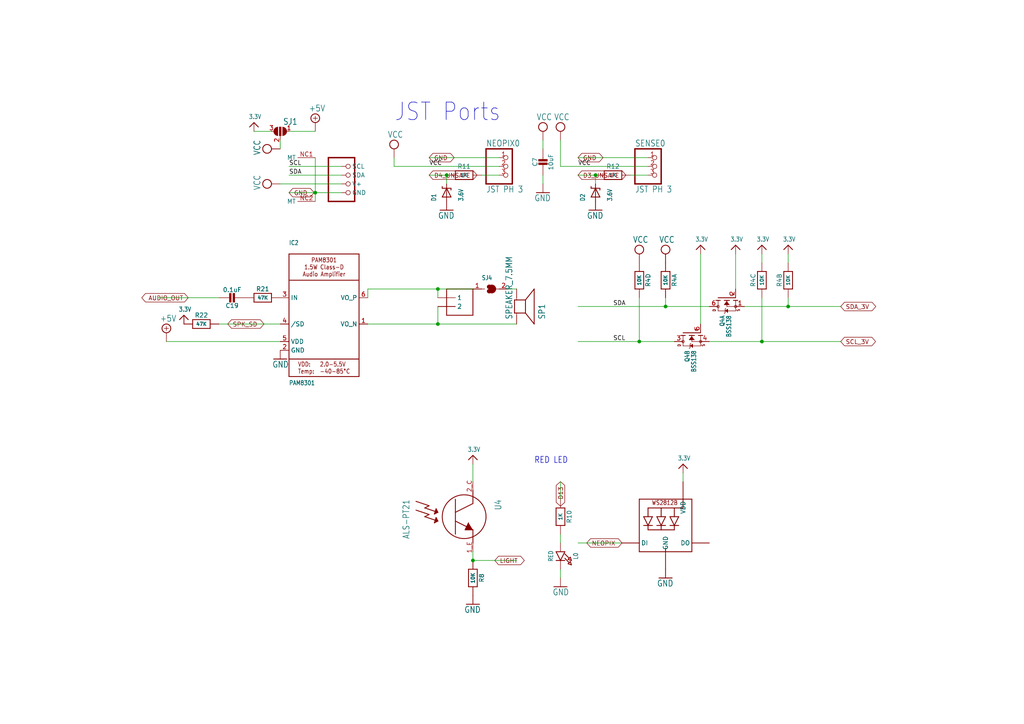
<source format=kicad_sch>
(kicad_sch (version 20230121) (generator eeschema)
  (paper "A4")
  (lib_symbols
    (symbol "working-eagle-import:+5V" (power)
      (property "Value" "+5V" (at -1.905 3.175 0))
      (symbol "+5V_1_0"
        (polyline (pts (xy -0.635 1.27) (xy 0.635 1.27)) (stroke (width 0.1524)))
        (polyline (pts (xy 0 0.635) (xy 0 1.905)) (stroke (width 0.1524)))
        (circle (center 0 1.27) (radius 1.27) (stroke (width 0.254)))
        (pin power_in line (at 0 -2.54 90) (length 2.54) (name "+5V") (number "1"))
      )
    )
    (symbol "working-eagle-import:3.3V" (power)
      (property "Value" "3.3V" (at -1.524 1.016 0))
      (symbol "3.3V_1_0"
        (polyline (pts (xy -1.27 -1.27) (xy 0 0)) (stroke (width 0.254)))
        (polyline (pts (xy 0 0) (xy 1.27 -1.27)) (stroke (width 0.254)))
        (pin power_in line (at 0 -2.54 90) (length 2.54) (name "3.3V") (number "1"))
      )
    )
    (symbol "working-eagle-import:CAP_CERAMIC0603_NO"
      (property "Reference" "C" (at -2.29 1.25 90))
      (symbol "CAP_CERAMIC0603_NO_1_0"
        (rectangle (start -1.27 0.508) (end 1.27 1.016) (fill (type outline)))
        (rectangle (start -1.27 1.524) (end 1.27 2.032) (fill (type outline)))
        (polyline (pts (xy 0 0.762) (xy 0 0)) (stroke (width 0.1524)))
        (polyline (pts (xy 0 2.54) (xy 0 1.778)) (stroke (width 0.1524)))
        (pin passive line (at 0 5.08 270) (length 2.54) (name "1") (number "1"))
        (pin passive line (at 0 -2.54 90) (length 2.54) (name "2") (number "2"))
      )
    )
    (symbol "working-eagle-import:CAP_CERAMIC0805-NOOUTLINE"
      (property "Reference" "C" (at -2.29 1.25 90))
      (symbol "CAP_CERAMIC0805-NOOUTLINE_1_0"
        (rectangle (start -1.27 0.508) (end 1.27 1.016) (fill (type outline)))
        (rectangle (start -1.27 1.524) (end 1.27 2.032) (fill (type outline)))
        (polyline (pts (xy 0 0.762) (xy 0 0)) (stroke (width 0.1524)))
        (polyline (pts (xy 0 2.54) (xy 0 1.778)) (stroke (width 0.1524)))
        (pin passive line (at 0 5.08 270) (length 2.54) (name "1") (number "1"))
        (pin passive line (at 0 -2.54 90) (length 2.54) (name "2") (number "2"))
      )
    )
    (symbol "working-eagle-import:CON_JST_PH_3PIN"
      (property "Reference" "X" (at -6.35 5.715 0))
      (symbol "CON_JST_PH_3PIN_1_0"
        (polyline (pts (xy -6.35 -5.08) (xy 1.27 -5.08)) (stroke (width 0.4064)))
        (polyline (pts (xy -6.35 5.08) (xy -6.35 -5.08)) (stroke (width 0.4064)))
        (polyline (pts (xy 1.27 -5.08) (xy 1.27 5.08)) (stroke (width 0.4064)))
        (polyline (pts (xy 1.27 5.08) (xy -6.35 5.08)) (stroke (width 0.4064)))
        (pin passive inverted (at -2.54 2.54 0) (length 2.54) (name "1") (number "1"))
        (pin passive inverted (at -2.54 0 0) (length 2.54) (name "2") (number "2"))
        (pin passive inverted (at -2.54 -2.54 0) (length 2.54) (name "3") (number "3"))
      )
    )
    (symbol "working-eagle-import:CON_MOLEX_2P"
      (symbol "CON_MOLEX_2P_1_0"
        (polyline (pts (xy -2.54 -2.54) (xy 5.08 -2.54)) (stroke (width 0.254)))
        (polyline (pts (xy -2.54 5.08) (xy -2.54 -2.54)) (stroke (width 0.254)))
        (polyline (pts (xy 5.08 -2.54) (xy 5.08 5.08)) (stroke (width 0.254)))
        (polyline (pts (xy 5.08 5.08) (xy -2.54 5.08)) (stroke (width 0.254)))
        (pin passive line (at -5.08 2.54 0) (length 5.08) (name "1") (number "1"))
        (pin passive line (at -5.08 0 0) (length 5.08) (name "2") (number "2"))
      )
      (symbol "CON_MOLEX_2P_2_0"
        (pin bidirectional line (at 0 0 0) (length 5.08) (name "MT") (number "M1"))
      )
      (symbol "CON_MOLEX_2P_3_0"
        (pin bidirectional line (at 0 0 0) (length 5.08) (name "MT") (number "M2"))
      )
    )
    (symbol "working-eagle-import:DIODE-ZENERSOD323"
      (property "Reference" "D" (at -2.54 3.0226 0))
      (symbol "DIODE-ZENERSOD323_1_0"
        (polyline (pts (xy -1.27 -1.27) (xy 1.27 0)) (stroke (width 0.254)))
        (polyline (pts (xy -1.27 1.27) (xy -1.27 -1.27)) (stroke (width 0.254)))
        (polyline (pts (xy 1.27 -1.27) (xy 0.762 -1.27)) (stroke (width 0.254)))
        (polyline (pts (xy 1.27 0) (xy -1.27 1.27)) (stroke (width 0.254)))
        (polyline (pts (xy 1.27 0) (xy 1.27 -1.27)) (stroke (width 0.254)))
        (polyline (pts (xy 1.27 1.27) (xy 1.27 0)) (stroke (width 0.254)))
        (polyline (pts (xy 1.27 1.27) (xy 1.778 1.27)) (stroke (width 0.254)))
        (pin passive line (at -2.54 0 0) (length 2.54) (name "A") (number "A"))
        (pin passive line (at 2.54 0 180) (length 2.54) (name "C") (number "C"))
      )
    )
    (symbol "working-eagle-import:LED0805_NOOUTLINE"
      (property "Reference" "D" (at -1.27 4.445 0))
      (symbol "LED0805_NOOUTLINE_1_0"
        (polyline (pts (xy -2.54 -1.27) (xy 0 0)) (stroke (width 0.254)))
        (polyline (pts (xy -2.54 1.27) (xy -2.54 -1.27)) (stroke (width 0.254)))
        (polyline (pts (xy -1.905 1.27) (xy -0.635 2.54)) (stroke (width 0.254)))
        (polyline (pts (xy -0.9525 2.8575) (xy -0.3175 2.2225)) (stroke (width 0.254)))
        (polyline (pts (xy -0.635 1.27) (xy 0.635 2.54)) (stroke (width 0.254)))
        (polyline (pts (xy -0.3175 2.2225) (xy 0 3.175)) (stroke (width 0.254)))
        (polyline (pts (xy 0 0) (xy -2.54 1.27)) (stroke (width 0.254)))
        (polyline (pts (xy 0 0) (xy 0 -1.27)) (stroke (width 0.254)))
        (polyline (pts (xy 0 1.27) (xy 0 0)) (stroke (width 0.254)))
        (polyline (pts (xy 0 3.175) (xy -0.9525 2.8575)) (stroke (width 0.254)))
        (polyline (pts (xy 0.3175 2.8575) (xy 0.9525 2.2225)) (stroke (width 0.254)))
        (polyline (pts (xy 0.9525 2.2225) (xy 1.27 3.175)) (stroke (width 0.254)))
        (polyline (pts (xy 1.27 3.175) (xy 0.3175 2.8575)) (stroke (width 0.254)))
        (pin passive line (at -5.08 0 0) (length 2.54) (name "A") (number "A"))
        (pin passive line (at 2.54 0 180) (length 2.54) (name "C") (number "C"))
      )
    )
    (symbol "working-eagle-import:MOSFET-N_DUAL"
      (property "Reference" "Q" (at 5.08 0.635 0))
      (symbol "MOSFET-N_DUAL_1_0"
        (polyline (pts (xy 0 2.54) (xy 0 -2.54)) (stroke (width 0.254)))
        (polyline (pts (xy 0.762 -2.54) (xy 0.762 -3.175)) (stroke (width 0.254)))
        (polyline (pts (xy 0.762 -1.905) (xy 0.762 -2.54)) (stroke (width 0.254)))
        (polyline (pts (xy 0.762 0) (xy 0.762 -0.762)) (stroke (width 0.254)))
        (polyline (pts (xy 0.762 0) (xy 2.54 0)) (stroke (width 0.1524)))
        (polyline (pts (xy 0.762 0.762) (xy 0.762 0)) (stroke (width 0.254)))
        (polyline (pts (xy 0.762 2.54) (xy 0.762 1.905)) (stroke (width 0.254)))
        (polyline (pts (xy 0.762 2.54) (xy 3.81 2.54)) (stroke (width 0.1524)))
        (polyline (pts (xy 0.762 3.175) (xy 0.762 2.54)) (stroke (width 0.254)))
        (polyline (pts (xy 2.54 -2.54) (xy 0.762 -2.54)) (stroke (width 0.1524)))
        (polyline (pts (xy 2.54 -2.54) (xy 3.81 -2.54)) (stroke (width 0.1524)))
        (polyline (pts (xy 2.54 0) (xy 2.54 -2.54)) (stroke (width 0.1524)))
        (polyline (pts (xy 3.302 0.508) (xy 3.048 0.254)) (stroke (width 0.1524)))
        (polyline (pts (xy 3.81 0.508) (xy 3.302 0.508)) (stroke (width 0.1524)))
        (polyline (pts (xy 3.81 0.508) (xy 3.81 -2.54)) (stroke (width 0.1524)))
        (polyline (pts (xy 3.81 2.54) (xy 3.81 0.508)) (stroke (width 0.1524)))
        (polyline (pts (xy 4.318 0.508) (xy 3.81 0.508)) (stroke (width 0.1524)))
        (polyline (pts (xy 4.572 0.762) (xy 4.318 0.508)) (stroke (width 0.1524)))
        (polyline (pts (xy 1.016 0) (xy 2.032 0.762) (xy 2.032 -0.762)) (stroke (width 0.1524)) (fill (type outline)))
        (polyline (pts (xy 3.81 0.508) (xy 3.302 -0.254) (xy 4.318 -0.254)) (stroke (width 0.1524)) (fill (type outline)))
        (circle (center 2.54 -2.54) (radius 0.3592))
        (circle (center 2.54 2.54) (radius 0.3592))
        (text "D" (at 3.175 3.175 0) (effects (font (size 0.8128 0.6908)) (justify left bottom)))
        (text "G" (at -1.27 -1.905 0) (effects (font (size 0.8128 0.6908)) (justify left bottom)))
        (text "S" (at 3.175 -3.81 0) (effects (font (size 0.8128 0.6908)) (justify left bottom)))
        (pin bidirectional line (at 2.54 -5.08 90) (length 2.54) (name "S") (number "1"))
        (pin bidirectional line (at -2.54 -2.54 0) (length 2.54) (name "G") (number "2"))
        (pin bidirectional line (at 2.54 5.08 270) (length 2.54) (name "D") (number "6"))
      )
      (symbol "MOSFET-N_DUAL_2_0"
        (polyline (pts (xy 0 2.54) (xy 0 -2.54)) (stroke (width 0.254)))
        (polyline (pts (xy 0.762 -2.54) (xy 0.762 -3.175)) (stroke (width 0.254)))
        (polyline (pts (xy 0.762 -1.905) (xy 0.762 -2.54)) (stroke (width 0.254)))
        (polyline (pts (xy 0.762 0) (xy 0.762 -0.762)) (stroke (width 0.254)))
        (polyline (pts (xy 0.762 0) (xy 2.54 0)) (stroke (width 0.1524)))
        (polyline (pts (xy 0.762 0.762) (xy 0.762 0)) (stroke (width 0.254)))
        (polyline (pts (xy 0.762 2.54) (xy 0.762 1.905)) (stroke (width 0.254)))
        (polyline (pts (xy 0.762 2.54) (xy 3.81 2.54)) (stroke (width 0.1524)))
        (polyline (pts (xy 0.762 3.175) (xy 0.762 2.54)) (stroke (width 0.254)))
        (polyline (pts (xy 2.54 -2.54) (xy 0.762 -2.54)) (stroke (width 0.1524)))
        (polyline (pts (xy 2.54 -2.54) (xy 3.81 -2.54)) (stroke (width 0.1524)))
        (polyline (pts (xy 2.54 0) (xy 2.54 -2.54)) (stroke (width 0.1524)))
        (polyline (pts (xy 3.302 0.508) (xy 3.048 0.254)) (stroke (width 0.1524)))
        (polyline (pts (xy 3.81 0.508) (xy 3.302 0.508)) (stroke (width 0.1524)))
        (polyline (pts (xy 3.81 0.508) (xy 3.81 -2.54)) (stroke (width 0.1524)))
        (polyline (pts (xy 3.81 2.54) (xy 3.81 0.508)) (stroke (width 0.1524)))
        (polyline (pts (xy 4.318 0.508) (xy 3.81 0.508)) (stroke (width 0.1524)))
        (polyline (pts (xy 4.572 0.762) (xy 4.318 0.508)) (stroke (width 0.1524)))
        (polyline (pts (xy 1.016 0) (xy 2.032 0.762) (xy 2.032 -0.762)) (stroke (width 0.1524)) (fill (type outline)))
        (polyline (pts (xy 3.81 0.508) (xy 3.302 -0.254) (xy 4.318 -0.254)) (stroke (width 0.1524)) (fill (type outline)))
        (circle (center 2.54 -2.54) (radius 0.3592))
        (circle (center 2.54 2.54) (radius 0.3592))
        (text "D" (at 3.175 3.175 0) (effects (font (size 0.8128 0.6908)) (justify left bottom)))
        (text "G" (at -1.27 -1.905 0) (effects (font (size 0.8128 0.6908)) (justify left bottom)))
        (text "S" (at 3.175 -3.81 0) (effects (font (size 0.8128 0.6908)) (justify left bottom)))
        (pin bidirectional line (at 2.54 5.08 270) (length 2.54) (name "D") (number "3"))
        (pin bidirectional line (at 2.54 -5.08 90) (length 2.54) (name "S") (number "4"))
        (pin bidirectional line (at -2.54 -2.54 0) (length 2.54) (name "G") (number "5"))
      )
    )
    (symbol "working-eagle-import:PAM8301"
      (property "Reference" "IC" (at -10.16 17.78 0))
      (symbol "PAM8301_1_0"
        (polyline (pts (xy -10.16 -20.32) (xy 10.16 -20.32)) (stroke (width 0.254)))
        (polyline (pts (xy -10.16 -15.24) (xy -10.16 -20.32)) (stroke (width 0.254)))
        (polyline (pts (xy -10.16 -15.24) (xy -10.16 7.62)) (stroke (width 0.254)))
        (polyline (pts (xy -10.16 7.62) (xy -10.16 15.24)) (stroke (width 0.254)))
        (polyline (pts (xy -10.16 7.62) (xy 10.16 7.62)) (stroke (width 0.254)))
        (polyline (pts (xy -10.16 15.24) (xy 10.16 15.24)) (stroke (width 0.254)))
        (polyline (pts (xy 10.16 -20.32) (xy 10.16 -15.24)) (stroke (width 0.254)))
        (polyline (pts (xy 10.16 -15.24) (xy -10.16 -15.24)) (stroke (width 0.254)))
        (polyline (pts (xy 10.16 7.62) (xy 10.16 -15.24)) (stroke (width 0.254)))
        (polyline (pts (xy 10.16 15.24) (xy 10.16 7.62)) (stroke (width 0.254)))
        (text "2.0-5.5V\n-40-85°C" (at -1.27 -17.78 0) (effects (font (size 1.27 1.0795)) (justify left)))
        (text "PAM8301\n1.5W Class-D\nAudio Amplifier" (at 0 11.43 0) (effects (font (size 1.27 1.0795))))
        (text "VDD:\nTemp:" (at -7.62 -17.78 0) (effects (font (size 1.27 1.0795)) (justify left)))
        (pin output line (at 12.7 -5.08 180) (length 2.54) (name "VO_N") (number "1"))
        (pin power_in line (at -12.7 -12.7 0) (length 2.54) (name "GND") (number "2"))
        (pin input line (at -12.7 2.54 0) (length 2.54) (name "IN") (number "3"))
        (pin input line (at -12.7 -5.08 0) (length 2.54) (name "/SD") (number "4"))
        (pin power_in line (at -12.7 -10.16 0) (length 2.54) (name "VDD") (number "5"))
        (pin output line (at 12.7 2.54 180) (length 2.54) (name "VO_P") (number "6"))
      )
    )
    (symbol "working-eagle-import:PHOTOTRANSISTOR_PT26-21C"
      (property "Reference" "U" (at 8.89 5.08 90))
      (symbol "PHOTOTRANSISTOR_PT26-21C_1_0"
        (polyline (pts (xy -13.97 1.905) (xy -10.16 0.635)) (stroke (width 0.254)))
        (polyline (pts (xy -13.97 4.445) (xy -10.16 3.175)) (stroke (width 0.254)))
        (polyline (pts (xy -11.43 0) (xy -7.62 -1.27)) (stroke (width 0.254)))
        (polyline (pts (xy -11.43 2.54) (xy -7.62 1.27)) (stroke (width 0.254)))
        (polyline (pts (xy -10.16 0.635) (xy -11.43 0)) (stroke (width 0.254)))
        (polyline (pts (xy -10.16 3.175) (xy -11.43 2.54)) (stroke (width 0.254)))
        (polyline (pts (xy -8.636 -1.778) (xy -8.128 -0.254)) (stroke (width 0.254)))
        (polyline (pts (xy -8.636 -1.778) (xy -7.874 -1.27)) (stroke (width 0.254)))
        (polyline (pts (xy -8.636 0.762) (xy -7.62 1.27)) (stroke (width 0.254)))
        (polyline (pts (xy -8.382 -1.524) (xy -8.128 -1.27)) (stroke (width 0.254)))
        (polyline (pts (xy -8.382 -1.27) (xy -8.128 -0.508)) (stroke (width 0.254)))
        (polyline (pts (xy -8.382 1.016) (xy -8.382 1.27)) (stroke (width 0.254)))
        (polyline (pts (xy -8.382 1.27) (xy -8.128 1.27)) (stroke (width 0.254)))
        (polyline (pts (xy -8.128 -1.27) (xy -8.382 -1.27)) (stroke (width 0.254)))
        (polyline (pts (xy -8.128 -1.016) (xy -7.874 -1.016)) (stroke (width 0.254)))
        (polyline (pts (xy -8.128 -0.762) (xy -8.128 -1.016)) (stroke (width 0.254)))
        (polyline (pts (xy -8.128 -0.508) (xy -8.128 -0.762)) (stroke (width 0.254)))
        (polyline (pts (xy -8.128 -0.254) (xy -7.62 -1.27)) (stroke (width 0.254)))
        (polyline (pts (xy -8.128 1.27) (xy -7.874 1.27)) (stroke (width 0.254)))
        (polyline (pts (xy -8.128 1.524) (xy -8.128 1.27)) (stroke (width 0.254)))
        (polyline (pts (xy -8.128 1.524) (xy -7.874 1.524)) (stroke (width 0.254)))
        (polyline (pts (xy -8.128 1.778) (xy -8.128 1.524)) (stroke (width 0.254)))
        (polyline (pts (xy -8.128 2.286) (xy -8.636 0.762)) (stroke (width 0.254)))
        (polyline (pts (xy -8.128 2.286) (xy -8.128 1.778)) (stroke (width 0.254)))
        (polyline (pts (xy -7.874 -1.27) (xy -8.382 -1.524)) (stroke (width 0.254)))
        (polyline (pts (xy -7.874 -1.016) (xy -8.128 -0.762)) (stroke (width 0.254)))
        (polyline (pts (xy -7.874 1.27) (xy -8.382 1.016)) (stroke (width 0.254)))
        (polyline (pts (xy -7.874 1.524) (xy -8.128 1.778)) (stroke (width 0.254)))
        (polyline (pts (xy -7.62 -1.27) (xy -8.636 -1.778)) (stroke (width 0.254)))
        (polyline (pts (xy -7.62 1.27) (xy -8.128 2.286)) (stroke (width 0.254)))
        (polyline (pts (xy -2.54 -1.27) (xy -2.54 -5.08)) (stroke (width 0.254)))
        (polyline (pts (xy -2.54 -1.27) (xy 2.54 -3.81)) (stroke (width 0.254)))
        (polyline (pts (xy -2.54 1.27) (xy -2.54 -1.27)) (stroke (width 0.254)))
        (polyline (pts (xy -2.54 5.08) (xy -2.54 1.27)) (stroke (width 0.254)))
        (polyline (pts (xy 2.54 -3.81) (xy 2.54 -7.62)) (stroke (width 0.254)))
        (polyline (pts (xy 2.54 3.81) (xy -2.54 1.27)) (stroke (width 0.254)))
        (polyline (pts (xy 2.54 7.62) (xy 2.54 3.81)) (stroke (width 0.254)))
        (polyline (pts (xy 1.27 -1.778) (xy 0.254 -3.81) (xy 2.54 -3.81)) (stroke (width 0.254)) (fill (type outline)))
        (circle (center 0 0) (radius 6.35) (stroke (width 0.254)))
        (pin bidirectional line (at 2.54 -10.16 90) (length 2.54) (name "E") (number "1_E"))
        (pin bidirectional line (at 2.54 10.16 270) (length 2.54) (name "C") (number "2_C"))
      )
    )
    (symbol "working-eagle-import:RESISTOR_0603_NOOUT"
      (property "Reference" "R" (at 0 2.54 0))
      (symbol "RESISTOR_0603_NOOUT_1_0"
        (polyline (pts (xy -2.54 -1.27) (xy -2.54 1.27)) (stroke (width 0.254)))
        (polyline (pts (xy -2.54 1.27) (xy 2.54 1.27)) (stroke (width 0.254)))
        (polyline (pts (xy 2.54 -1.27) (xy -2.54 -1.27)) (stroke (width 0.254)))
        (polyline (pts (xy 2.54 1.27) (xy 2.54 -1.27)) (stroke (width 0.254)))
        (pin passive line (at -5.08 0 0) (length 2.54) (name "1") (number "1"))
        (pin passive line (at 5.08 0 180) (length 2.54) (name "2") (number "2"))
      )
    )
    (symbol "working-eagle-import:RESISTOR_4PACK"
      (property "Reference" "R" (at 0 2.54 0))
      (symbol "RESISTOR_4PACK_1_0"
        (polyline (pts (xy -2.54 -1.27) (xy -2.54 1.27)) (stroke (width 0.254)))
        (polyline (pts (xy -2.54 1.27) (xy 2.54 1.27)) (stroke (width 0.254)))
        (polyline (pts (xy 2.54 -1.27) (xy -2.54 -1.27)) (stroke (width 0.254)))
        (polyline (pts (xy 2.54 1.27) (xy 2.54 -1.27)) (stroke (width 0.254)))
        (pin passive line (at -5.08 0 0) (length 2.54) (name "1") (number "1"))
        (pin passive line (at 5.08 0 180) (length 2.54) (name "2") (number "8"))
      )
      (symbol "RESISTOR_4PACK_2_0"
        (polyline (pts (xy -2.54 -1.27) (xy -2.54 1.27)) (stroke (width 0.254)))
        (polyline (pts (xy -2.54 1.27) (xy 2.54 1.27)) (stroke (width 0.254)))
        (polyline (pts (xy 2.54 -1.27) (xy -2.54 -1.27)) (stroke (width 0.254)))
        (polyline (pts (xy 2.54 1.27) (xy 2.54 -1.27)) (stroke (width 0.254)))
        (pin passive line (at -5.08 0 0) (length 2.54) (name "1") (number "2"))
        (pin passive line (at 5.08 0 180) (length 2.54) (name "2") (number "7"))
      )
      (symbol "RESISTOR_4PACK_3_0"
        (polyline (pts (xy -2.54 -1.27) (xy -2.54 1.27)) (stroke (width 0.254)))
        (polyline (pts (xy -2.54 1.27) (xy 2.54 1.27)) (stroke (width 0.254)))
        (polyline (pts (xy 2.54 -1.27) (xy -2.54 -1.27)) (stroke (width 0.254)))
        (polyline (pts (xy 2.54 1.27) (xy 2.54 -1.27)) (stroke (width 0.254)))
        (pin passive line (at -5.08 0 0) (length 2.54) (name "1") (number "3"))
        (pin passive line (at 5.08 0 180) (length 2.54) (name "2") (number "6"))
      )
      (symbol "RESISTOR_4PACK_4_0"
        (polyline (pts (xy -2.54 -1.27) (xy -2.54 1.27)) (stroke (width 0.254)))
        (polyline (pts (xy -2.54 1.27) (xy 2.54 1.27)) (stroke (width 0.254)))
        (polyline (pts (xy 2.54 -1.27) (xy -2.54 -1.27)) (stroke (width 0.254)))
        (polyline (pts (xy 2.54 1.27) (xy 2.54 -1.27)) (stroke (width 0.254)))
        (pin passive line (at -5.08 0 0) (length 2.54) (name "1") (number "4"))
        (pin passive line (at 5.08 0 180) (length 2.54) (name "2") (number "5"))
      )
    )
    (symbol "working-eagle-import:SOLDERJUMPERCLOSED"
      (property "Reference" "SJ" (at -2.54 2.54 0))
      (symbol "SOLDERJUMPERCLOSED_1_0"
        (arc (start -0.381 -0.635) (mid 0.2541 -0.0001) (end -0.3808 0.635) (stroke (width 1.27)))
        (polyline (pts (xy -2.54 0) (xy -1.651 0)) (stroke (width 0.1524)))
        (polyline (pts (xy 2.54 0) (xy 1.651 0)) (stroke (width 0.1524)))
        (arc (start 0.3808 -0.635) (mid 1.0132 -0.0001) (end 0.381 0.635) (stroke (width 1.27)))
        (pin passive line (at -5.08 0 0) (length 2.54) (name "1") (number "1"))
        (pin passive line (at 5.08 0 180) (length 2.54) (name "2") (number "2"))
      )
    )
    (symbol "working-eagle-import:SOLDERJUMPER_2WAY"
      (property "Reference" "SJ" (at -5.08 -3.81 0))
      (symbol "SOLDERJUMPER_2WAY_1_0"
        (arc (start -0.635 1.27) (mid -1.8995 0) (end -0.635 -1.27) (stroke (width 0.0001)) (fill (type outline)))
        (rectangle (start -0.254 -1.27) (end 0.254 1.27) (fill (type outline)))
        (polyline (pts (xy -2.54 0) (xy -1.651 0)) (stroke (width 0.1524)))
        (polyline (pts (xy 0 2.54) (xy 0 0.381)) (stroke (width 0.1524)))
        (polyline (pts (xy 2.54 0) (xy 1.651 0)) (stroke (width 0.1524)))
        (arc (start 0.635 -1.27) (mid 1.8995 0) (end 0.635 1.27) (stroke (width 0.0001)) (fill (type outline)))
        (pin passive line (at -2.54 0 0) (length 0) (name "1") (number "1"))
        (pin passive line (at 0 2.54 270) (length 0) (name "2") (number "2"))
        (pin passive line (at 2.54 0 180) (length 0) (name "3") (number "3"))
      )
    )
    (symbol "working-eagle-import:SPEAKER_7.5MM"
      (property "Reference" "SP" (at -3.81 6.35 0))
      (symbol "SPEAKER_7.5MM_1_0"
        (polyline (pts (xy -2.54 0) (xy -1.905 0)) (stroke (width 0.1524)))
        (polyline (pts (xy -1.905 -0.635) (xy -1.905 0)) (stroke (width 0.254)))
        (polyline (pts (xy -1.905 -0.635) (xy 1.905 -0.635)) (stroke (width 0.254)))
        (polyline (pts (xy -1.905 0) (xy -1.905 2.54)) (stroke (width 0.254)))
        (polyline (pts (xy -1.905 2.54) (xy -5.08 5.08)) (stroke (width 0.254)))
        (polyline (pts (xy 1.905 -0.635) (xy 1.905 0)) (stroke (width 0.254)))
        (polyline (pts (xy 1.905 0) (xy 1.905 2.54)) (stroke (width 0.254)))
        (polyline (pts (xy 1.905 2.54) (xy -1.905 2.54)) (stroke (width 0.254)))
        (polyline (pts (xy 1.905 2.54) (xy 5.08 5.08)) (stroke (width 0.254)))
        (polyline (pts (xy 2.54 0) (xy 1.905 0)) (stroke (width 0.1524)))
        (polyline (pts (xy 5.08 5.08) (xy -5.08 5.08)) (stroke (width 0.254)))
        (pin passive line (at -5.08 0 0) (length 2.54) (name "+") (number "+"))
        (pin passive line (at 5.08 0 180) (length 2.54) (name "-") (number "-"))
      )
    )
    (symbol "working-eagle-import:STEMMA_I2C_RASMT"
      (symbol "STEMMA_I2C_RASMT_1_0"
        (polyline (pts (xy -3.81 -5.08) (xy 3.81 -5.08)) (stroke (width 0.4064)))
        (polyline (pts (xy -3.81 7.62) (xy -3.81 -5.08)) (stroke (width 0.4064)))
        (polyline (pts (xy 3.81 -5.08) (xy 3.81 7.62)) (stroke (width 0.4064)))
        (polyline (pts (xy 3.81 7.62) (xy -3.81 7.62)) (stroke (width 0.4064)))
        (pin passive inverted (at 0 5.08 0) (length 2.54) (name "GND") (number "1"))
        (pin passive inverted (at 0 2.54 0) (length 2.54) (name "V+") (number "2"))
        (pin passive inverted (at 0 0 0) (length 2.54) (name "SDA") (number "3"))
        (pin passive inverted (at 0 -2.54 0) (length 2.54) (name "SCL") (number "4"))
      )
      (symbol "STEMMA_I2C_RASMT_2_0"
        (pin bidirectional line (at 0 0 0) (length 5.08) (name "MT") (number "NC1"))
      )
      (symbol "STEMMA_I2C_RASMT_3_0"
        (pin bidirectional line (at 0 0 0) (length 5.08) (name "MT") (number "NC2"))
      )
    )
    (symbol "working-eagle-import:VCC" (power)
      (property "Value" "VCC" (at -1.905 3.175 0))
      (symbol "VCC_1_0"
        (circle (center 0 1.27) (radius 1.27) (stroke (width 0.254)))
        (pin power_in line (at 0 -2.54 90) (length 2.54) (name "VCC") (number "1"))
      )
    )
    (symbol "working-eagle-import:WS2812B3535"
      (symbol "WS2812B3535_1_0"
        (polyline (pts (xy -7.62 -5.08) (xy 0 -5.08)) (stroke (width 0.254)))
        (polyline (pts (xy -7.62 -2.54) (xy -7.62 -5.08)) (stroke (width 0.254)))
        (polyline (pts (xy -7.62 10.16) (xy -7.62 -2.54)) (stroke (width 0.254)))
        (polyline (pts (xy -6.35 2.54) (xy -5.08 2.54)) (stroke (width 0.254)))
        (polyline (pts (xy -6.35 5.08) (xy -5.08 5.08)) (stroke (width 0.254)))
        (polyline (pts (xy -5.08 2.54) (xy -6.35 5.08)) (stroke (width 0.254)))
        (polyline (pts (xy -5.08 2.54) (xy -5.08 1.27)) (stroke (width 0.254)))
        (polyline (pts (xy -5.08 2.54) (xy -3.81 5.08)) (stroke (width 0.254)))
        (polyline (pts (xy -5.08 5.08) (xy -3.81 5.08)) (stroke (width 0.254)))
        (polyline (pts (xy -5.08 7.62) (xy -5.08 5.08)) (stroke (width 0.254)))
        (polyline (pts (xy -3.81 2.54) (xy -5.08 2.54)) (stroke (width 0.254)))
        (polyline (pts (xy -2.54 2.54) (xy -1.27 2.54)) (stroke (width 0.254)))
        (polyline (pts (xy -2.54 5.08) (xy 0 5.08)) (stroke (width 0.254)))
        (polyline (pts (xy -1.27 1.27) (xy -5.08 1.27)) (stroke (width 0.254)))
        (polyline (pts (xy -1.27 2.54) (xy -2.54 5.08)) (stroke (width 0.254)))
        (polyline (pts (xy -1.27 2.54) (xy -1.27 1.27)) (stroke (width 0.254)))
        (polyline (pts (xy -1.27 2.54) (xy 0 2.54)) (stroke (width 0.254)))
        (polyline (pts (xy -1.27 5.08) (xy -1.27 7.62)) (stroke (width 0.254)))
        (polyline (pts (xy -1.27 7.62) (xy -5.08 7.62)) (stroke (width 0.254)))
        (polyline (pts (xy 0 -5.08) (xy 7.62 -5.08)) (stroke (width 0.254)))
        (polyline (pts (xy 0 -4.064) (xy 0 -5.08)) (stroke (width 0.254)))
        (polyline (pts (xy 0 5.08) (xy -1.27 2.54)) (stroke (width 0.254)))
        (polyline (pts (xy 1.27 5.08) (xy 2.54 2.54)) (stroke (width 0.254)))
        (polyline (pts (xy 1.27 5.08) (xy 2.54 5.08)) (stroke (width 0.254)))
        (polyline (pts (xy 2.54 1.27) (xy -1.27 1.27)) (stroke (width 0.254)))
        (polyline (pts (xy 2.54 2.54) (xy 1.27 2.54)) (stroke (width 0.254)))
        (polyline (pts (xy 2.54 2.54) (xy 2.54 1.27)) (stroke (width 0.254)))
        (polyline (pts (xy 2.54 2.54) (xy 3.81 2.54)) (stroke (width 0.254)))
        (polyline (pts (xy 2.54 2.54) (xy 3.81 5.08)) (stroke (width 0.254)))
        (polyline (pts (xy 2.54 5.08) (xy 2.54 7.62)) (stroke (width 0.254)))
        (polyline (pts (xy 2.54 7.62) (xy -1.27 7.62)) (stroke (width 0.254)))
        (polyline (pts (xy 2.54 7.62) (xy 5.08 7.62)) (stroke (width 0.254)))
        (polyline (pts (xy 3.81 5.08) (xy 2.54 5.08)) (stroke (width 0.254)))
        (polyline (pts (xy 5.08 10.16) (xy -7.62 10.16)) (stroke (width 0.254)))
        (polyline (pts (xy 5.08 10.16) (xy 5.08 7.62)) (stroke (width 0.254)))
        (polyline (pts (xy 7.62 -5.08) (xy 7.62 -2.54)) (stroke (width 0.254)))
        (polyline (pts (xy 7.62 -2.54) (xy 7.62 10.16)) (stroke (width 0.254)))
        (polyline (pts (xy 7.62 10.16) (xy 5.08 10.16)) (stroke (width 0.254)))
        (text "WS2812B" (at -4.064 8.382 0) (effects (font (size 1.27 1.0795)) (justify left bottom)))
        (pin input line (at -12.7 -2.54 0) (length 5.08) (name "DI") (number "1"))
        (pin power_in line (at 5.08 15.24 270) (length 5.08) (name "VDD") (number "2"))
        (pin output line (at 12.7 -2.54 180) (length 5.08) (name "DO") (number "3"))
        (pin power_in line (at 0 -10.16 90) (length 5.08) (name "GND") (number "4"))
      )
    )
    (symbol "working-eagle-import:supply1_GND" (power)
      (property "Value" "supply1_GND" (at -2.54 -2.54 0))
      (symbol "supply1_GND_1_0"
        (polyline (pts (xy -1.905 0) (xy 1.905 0)) (stroke (width 0.254)))
        (pin power_in line (at 0 2.54 270) (length 2.54) (name "GND") (number "1"))
      )
    )
  )
  (junction (at 127 93.98))
  (junction (at 129.54 50.8))
  (junction (at 137.16 162.56))
  (junction (at 193.04 88.9))
  (junction (at 172.72 50.8))
  (junction (at 91.44 55.88))
  (junction (at 127 83.82))
  (junction (at 185.42 99.06))
  (junction (at 228.6 88.9))
  (junction (at 220.98 99.06))
  (wire (pts (xy 220.98 86.36) (xy 220.98 99.06)) (stroke (width 0.1524)))
  (wire (pts (xy 81.28 99.06) (xy 48.26 99.06)) (stroke (width 0.1524)))
  (wire (pts (xy 129.54 50.8) (xy 124.46 50.8)) (stroke (width 0.1524)))
  (wire (pts (xy 162.56 165.1) (xy 162.56 167.64)) (stroke (width 0.1524)))
  (wire (pts (xy 220.98 76.2) (xy 220.98 73.66)) (stroke (width 0.1524)))
  (wire (pts (xy 137.16 139.7) (xy 137.16 134.62)) (stroke (width 0.1524)))
  (wire (pts (xy 91.44 55.88) (xy 83.82 55.88)) (stroke (width 0.1524)))
  (wire (pts (xy 147.32 83.82) (xy 149.86 83.82)) (stroke (width 0.1524)))
  (wire (pts (xy 162.56 154.94) (xy 162.56 157.48)) (stroke (width 0.1524)))
  (wire (pts (xy 83.82 38.1) (xy 91.44 38.1)) (stroke (width 0.1524)))
  (wire (pts (xy 198.12 137.16) (xy 198.12 139.7)) (stroke (width 0.1524)))
  (wire (pts (xy 215.9 88.9) (xy 228.6 88.9)) (stroke (width 0.1524)))
  (wire (pts (xy 99.06 48.26) (xy 83.82 48.26)) (stroke (width 0.1524)))
  (wire (pts (xy 81.28 43.18) (xy 81.28 40.64)) (stroke (width 0.1524)))
  (wire (pts (xy 162.56 48.26) (xy 162.56 40.64)) (stroke (width 0.1524)))
  (wire (pts (xy 205.74 88.9) (xy 193.04 88.9)) (stroke (width 0.1524)))
  (wire (pts (xy 144.78 50.8) (xy 139.7 50.8)) (stroke (width 0.1524)))
  (wire (pts (xy 127 93.98) (xy 149.86 93.98)) (stroke (width 0.1524)))
  (wire (pts (xy 137.16 162.56) (xy 137.16 160.02)) (stroke (width 0.1524)))
  (wire (pts (xy 144.78 45.72) (xy 124.46 45.72)) (stroke (width 0.1524)))
  (wire (pts (xy 99.06 50.8) (xy 83.82 50.8)) (stroke (width 0.1524)))
  (wire (pts (xy 172.72 53.34) (xy 172.72 50.8)) (stroke (width 0.1524)))
  (wire (pts (xy 129.54 50.8) (xy 129.54 53.34)) (stroke (width 0.1524)))
  (wire (pts (xy 213.36 83.82) (xy 213.36 73.66)) (stroke (width 0.1524)))
  (wire (pts (xy 78.74 38.1) (xy 73.66 38.1)) (stroke (width 0.1524)))
  (wire (pts (xy 91.44 45.72) (xy 91.44 55.88)) (stroke (width 0.1524)))
  (wire (pts (xy 91.44 58.42) (xy 91.44 55.88)) (stroke (width 0.1524)))
  (wire (pts (xy 81.28 93.98) (xy 63.5 93.98)) (stroke (width 0.1524)))
  (wire (pts (xy 106.68 93.98) (xy 127 93.98)) (stroke (width 0.1524)))
  (wire (pts (xy 114.3 48.26) (xy 114.3 45.72)) (stroke (width 0.1524)))
  (wire (pts (xy 106.68 83.82) (xy 127 83.82)) (stroke (width 0.1524)))
  (wire (pts (xy 127 83.82) (xy 137.16 83.82)) (stroke (width 0.1524)))
  (wire (pts (xy 157.48 53.34) (xy 157.48 50.8)) (stroke (width 0.1524)))
  (wire (pts (xy 220.98 99.06) (xy 243.84 99.06)) (stroke (width 0.1524)))
  (wire (pts (xy 157.48 43.18) (xy 157.48 40.64)) (stroke (width 0.1524)))
  (wire (pts (xy 187.96 50.8) (xy 182.88 50.8)) (stroke (width 0.1524)))
  (wire (pts (xy 193.04 88.9) (xy 167.64 88.9)) (stroke (width 0.1524)))
  (wire (pts (xy 185.42 99.06) (xy 167.64 99.06)) (stroke (width 0.1524)))
  (wire (pts (xy 195.58 99.06) (xy 185.42 99.06)) (stroke (width 0.1524)))
  (wire (pts (xy 106.68 86.36) (xy 106.68 83.82)) (stroke (width 0.1524)))
  (wire (pts (xy 99.06 55.88) (xy 91.44 55.88)) (stroke (width 0.1524)))
  (wire (pts (xy 162.56 144.78) (xy 162.56 139.7)) (stroke (width 0.1524)))
  (wire (pts (xy 228.6 86.36) (xy 228.6 88.9)) (stroke (width 0.1524)))
  (wire (pts (xy 228.6 76.2) (xy 228.6 73.66)) (stroke (width 0.1524)))
  (wire (pts (xy 205.74 99.06) (xy 220.98 99.06)) (stroke (width 0.1524)))
  (wire (pts (xy 203.2 93.98) (xy 203.2 73.66)) (stroke (width 0.1524)))
  (wire (pts (xy 180.34 157.48) (xy 167.64 157.48)) (stroke (width 0.1524)))
  (wire (pts (xy 127 83.82) (xy 127 86.36)) (stroke (width 0.1524)))
  (wire (pts (xy 185.42 86.36) (xy 185.42 99.06)) (stroke (width 0.1524)))
  (wire (pts (xy 63.5 86.36) (xy 45.72 86.36)) (stroke (width 0.1524)))
  (wire (pts (xy 99.06 53.34) (xy 81.28 53.34)) (stroke (width 0.1524)))
  (wire (pts (xy 228.6 88.9) (xy 243.84 88.9)) (stroke (width 0.1524)))
  (wire (pts (xy 114.3 48.26) (xy 144.78 48.26)) (stroke (width 0.1524)))
  (wire (pts (xy 127 93.98) (xy 127 88.9)) (stroke (width 0.1524)))
  (wire (pts (xy 162.56 48.26) (xy 187.96 48.26)) (stroke (width 0.1524)))
  (wire (pts (xy 193.04 86.36) (xy 193.04 88.9)) (stroke (width 0.1524)))
  (wire (pts (xy 172.72 50.8) (xy 167.64 50.8)) (stroke (width 0.1524)))
  (wire (pts (xy 137.16 162.56) (xy 149.86 162.56)) (stroke (width 0.1524)))
  (wire (pts (xy 187.96 45.72) (xy 167.64 45.72)) (stroke (width 0.1524)))
  (text "RED LED" (at 154.94 134.62 0) (effects (font (size 1.778 1.5113)) (justify left bottom)))
  (text "JST Ports" (at 114.3 35.56 0) (effects (font (size 5.08 4.318)) (justify left bottom)))
  (label "SDA" (at 83.82 50.8 0) (effects (font (size 1.2446 1.2446))))
  (label "SCL" (at 177.8 99.06 0) (effects (font (size 1.2446 1.2446))))
  (label "VCC" (at 167.64 48.26 0) (effects (font (size 1.2446 1.2446))))
  (label "SDA" (at 177.8 88.9 0) (effects (font (size 1.2446 1.2446))))
  (label "VCC" (at 124.46 48.26 0) (effects (font (size 1.2446 1.2446))))
  (label "SCL" (at 83.82 48.26 0) (effects (font (size 1.2446 1.2446))))
  (global_label "GND" (shape bidirectional) (at 83.82 55.88 0) (effects (font (size 1.2446 1.2446))) (property "Intersheetrefs" "${INTERSHEET_REFS}" (effects hide)))
  (global_label "D4_UNSAFE" (shape bidirectional) (at 124.46 50.8 0) (effects (font (size 1.2446 1.2446))) (property "Intersheetrefs" "${INTERSHEET_REFS}" (effects hide)))
  (global_label "GND" (shape bidirectional) (at 167.64 45.72 0) (effects (font (size 1.2446 1.2446))) (property "Intersheetrefs" "${INTERSHEET_REFS}" (effects hide)))
  (global_label "AUDIO_OUT" (shape bidirectional) (at 54.61 86.36 180) (effects (font (size 1.2446 1.2446))) (property "Intersheetrefs" "${INTERSHEET_REFS}" (effects hide)))
  (global_label "NEOPIX" (shape bidirectional) (at 170.18 157.48 0) (effects (font (size 1.2446 1.2446))) (property "Intersheetrefs" "${INTERSHEET_REFS}" (effects hide)))
  (global_label "LIGHT" (shape bidirectional) (at 143.51 162.56 0) (effects (font (size 1.2446 1.2446))) (property "Intersheetrefs" "${INTERSHEET_REFS}" (effects hide)))
  (global_label "GND" (shape bidirectional) (at 124.46 45.72 0) (effects (font (size 1.2446 1.2446))) (property "Intersheetrefs" "${INTERSHEET_REFS}" (effects hide)))
  (global_label "SCL_3V" (shape bidirectional) (at 243.84 99.06 0) (effects (font (size 1.2446 1.2446))) (property "Intersheetrefs" "${INTERSHEET_REFS}" (effects hide)))
  (global_label "SPK_SD" (shape bidirectional) (at 66.04 93.98 0) (effects (font (size 1.2446 1.2446))) (property "Intersheetrefs" "${INTERSHEET_REFS}" (effects hide)))
  (global_label "D13" (shape bidirectional) (at 162.56 139.7 270) (effects (font (size 1.2446 1.2446))) (property "Intersheetrefs" "${INTERSHEET_REFS}" (effects hide)))
  (global_label "SDA_3V" (shape bidirectional) (at 243.84 88.9 0) (effects (font (size 1.2446 1.2446))) (property "Intersheetrefs" "${INTERSHEET_REFS}" (effects hide)))
  (global_label "D3_UNSAFE" (shape bidirectional) (at 167.64 50.8 0) (effects (font (size 1.2446 1.2446))) (property "Intersheetrefs" "${INTERSHEET_REFS}" (effects hide)))
  (symbol (lib_id "working-eagle-import:supply1_GND") (at 157.48 55.88 0) (unit 1)
    (property "Reference" "#GND16" (effects hide))
    (property "Value" "GND" (at 154.94 58.42 0) (effects (font (size 1.778 1.5113)) (justify left bottom)))
  )
  (symbol (lib_id "working-eagle-import:3.3V") (at 53.34 91.44 0) (unit 1)
    (property "Reference" "#U$53" (effects hide))
    (property "Value" "3.3V" (at 51.816 90.424 0) (effects (font (size 1.27 1.0795)) (justify left bottom)))
  )
  (symbol (lib_id "working-eagle-import:RESISTOR_0603_NOOUT") (at 162.56 149.86 270) (unit 1)
    (property "Reference" "R10" (at 165.1 149.86 0))
    (property "Value" "1K" (at 162.56 149.86 0) (effects (font (size 1.016 1.016) bold)))
    (property "Footprint" "working:0603-NO" (effects hide))
  )
  (symbol (lib_id "working-eagle-import:WS2812B3535") (at 193.04 154.94 0) (unit 1)
    (property "Reference" "LED1" (effects hide))
    (property "Value" "WS2812B3535" (effects hide))
    (property "Footprint" "working:LED3535" (effects hide))
  )
  (symbol (lib_id "working-eagle-import:SOLDERJUMPERCLOSED") (at 142.24 83.82 0) (unit 1)
    (property "Reference" "SJ4" (at 139.7 81.28 0) (effects (font (size 1.27 1.0795)) (justify left bottom)))
    (property "Value" "SOLDERJUMPERCLOSED" (effects hide))
    (property "Footprint" "working:SOLDERJUMPER_CLOSEDWIRE" (effects hide))
  )
  (symbol (lib_id "working-eagle-import:3.3V") (at 220.98 71.12 0) (unit 1)
    (property "Reference" "#U$45" (effects hide))
    (property "Value" "3.3V" (at 219.456 70.104 0) (effects (font (size 1.27 1.0795)) (justify left bottom)))
  )
  (symbol (lib_id "working-eagle-import:3.3V") (at 213.36 71.12 0) (unit 1)
    (property "Reference" "#U$42" (effects hide))
    (property "Value" "3.3V" (at 211.836 70.104 0) (effects (font (size 1.27 1.0795)) (justify left bottom)))
  )
  (symbol (lib_id "working-eagle-import:RESISTOR_4PACK") (at 193.04 81.28 270) (unit 1)
    (property "Reference" "R4" (at 195.58 81.28 0))
    (property "Value" "10K" (at 193.04 81.28 0) (effects (font (size 1.016 1.016) bold)))
    (property "Footprint" "working:RESPACK_4X0603" (effects hide))
  )
  (symbol (lib_id "working-eagle-import:3.3V") (at 198.12 134.62 0) (unit 1)
    (property "Reference" "#U$34" (effects hide))
    (property "Value" "3.3V" (at 196.596 133.604 0) (effects (font (size 1.27 1.0795)) (justify left bottom)))
  )
  (symbol (lib_id "working-eagle-import:SPEAKER_7.5MM") (at 149.86 88.9 270) (mirror x) (unit 1)
    (property "Reference" "SP1" (at 156.21 92.71 0) (effects (font (size 1.778 1.5113)) (justify left bottom)))
    (property "Value" "SPEAKER_7.5MM" (at 146.685 92.71 0) (effects (font (size 1.778 1.5113)) (justify left bottom)))
    (property "Footprint" "working:BUZZER_SMT_7.5MM" (effects hide))
  )
  (symbol (lib_id "working-eagle-import:VCC") (at 157.48 38.1 0) (unit 1)
    (property "Reference" "#SUPPLY6" (effects hide))
    (property "Value" "VCC" (at 155.575 34.925 0) (effects (font (size 1.778 1.5113)) (justify left bottom)))
  )
  (symbol (lib_id "working-eagle-import:+5V") (at 91.44 35.56 0) (unit 1)
    (property "Reference" "#SUPPLY7" (effects hide))
    (property "Value" "+5V" (at 89.535 32.385 0) (effects (font (size 1.778 1.5113)) (justify left bottom)))
  )
  (symbol (lib_id "working-eagle-import:RESISTOR_4PACK") (at 220.98 81.28 90) (mirror x) (unit 3)
    (property "Reference" "R4" (at 218.44 81.28 0))
    (property "Value" "10K" (at 220.98 81.28 0) (effects (font (size 1.016 1.016) bold)))
    (property "Footprint" "working:RESPACK_4X0603" (effects hide))
  )
  (symbol (lib_id "working-eagle-import:3.3V") (at 73.66 35.56 0) (unit 1)
    (property "Reference" "#U$33" (effects hide))
    (property "Value" "3.3V" (at 72.136 34.544 0) (effects (font (size 1.27 1.0795)) (justify left bottom)))
  )
  (symbol (lib_id "working-eagle-import:MOSFET-N_DUAL") (at 200.66 96.52 90) (mirror x) (unit 2)
    (property "Reference" "Q4" (at 200.025 101.6 0) (effects (font (size 1.27 1.0795)) (justify left bottom)))
    (property "Value" "BSS138" (at 201.93 101.6 0) (effects (font (size 1.27 1.0795)) (justify left bottom)))
    (property "Footprint" "working:SOT363" (effects hide))
  )
  (symbol (lib_id "working-eagle-import:PAM8301") (at 93.98 88.9 0) (unit 1)
    (property "Reference" "IC2" (at 83.82 71.12 0) (effects (font (size 1.27 1.0795)) (justify left bottom)))
    (property "Value" "PAM8301" (at 83.82 111.76 0) (effects (font (size 1.27 1.0795)) (justify left bottom)))
    (property "Footprint" "working:SOT23-6" (effects hide))
  )
  (symbol (lib_id "working-eagle-import:supply1_GND") (at 137.16 175.26 0) (unit 1)
    (property "Reference" "#GND24" (effects hide))
    (property "Value" "GND" (at 134.62 177.8 0) (effects (font (size 1.778 1.5113)) (justify left bottom)))
  )
  (symbol (lib_id "working-eagle-import:RESISTOR_4PACK") (at 185.42 81.28 270) (unit 4)
    (property "Reference" "R4" (at 187.96 81.28 0))
    (property "Value" "10K" (at 185.42 81.28 0) (effects (font (size 1.016 1.016) bold)))
    (property "Footprint" "working:RESPACK_4X0603" (effects hide))
  )
  (symbol (lib_id "working-eagle-import:VCC") (at 78.74 43.18 90) (unit 1)
    (property "Reference" "#SUPPLY4" (effects hide))
    (property "Value" "VCC" (at 75.565 45.085 0) (effects (font (size 1.778 1.5113)) (justify left bottom)))
  )
  (symbol (lib_id "working-eagle-import:VCC") (at 78.74 53.34 90) (unit 1)
    (property "Reference" "#SUPPLY3" (effects hide))
    (property "Value" "VCC" (at 75.565 55.245 0) (effects (font (size 1.778 1.5113)) (justify left bottom)))
  )
  (symbol (lib_id "working-eagle-import:CAP_CERAMIC0603_NO") (at 68.58 86.36 90) (unit 1)
    (property "Reference" "C19" (at 67.33 88.65 90))
    (property "Value" "0.1uF" (at 67.33 84.06 90))
    (property "Footprint" "working:0603-NO" (effects hide))
  )
  (symbol (lib_id "working-eagle-import:supply1_GND") (at 162.56 170.18 0) (mirror y) (unit 1)
    (property "Reference" "#GND10" (effects hide))
    (property "Value" "GND" (at 165.1 172.72 0) (effects (font (size 1.778 1.5113)) (justify left bottom)))
  )
  (symbol (lib_id "working-eagle-import:supply1_GND") (at 193.04 167.64 0) (unit 1)
    (property "Reference" "#GND15" (effects hide))
    (property "Value" "GND" (at 190.5 170.18 0) (effects (font (size 1.778 1.5113)) (justify left bottom)))
  )
  (symbol (lib_id "working-eagle-import:RESISTOR_0603_NOOUT") (at 58.42 93.98 0) (unit 1)
    (property "Reference" "R22" (at 58.42 91.44 0))
    (property "Value" "47K" (at 58.42 93.98 0) (effects (font (size 1.016 1.016) bold)))
    (property "Footprint" "working:0603-NO" (effects hide))
  )
  (symbol (lib_id "working-eagle-import:STEMMA_I2C_RASMT") (at 99.06 50.8 0) (mirror x) (unit 1)
    (property "Reference" "I2C0" (effects hide))
    (property "Value" "STEMMA_I2C_RASMT" (effects hide))
    (property "Footprint" "working:JSTPH4" (effects hide))
  )
  (symbol (lib_id "working-eagle-import:STEMMA_I2C_RASMT") (at 91.44 58.42 180) (unit 3)
    (property "Reference" "I2C0" (effects hide))
    (property "Value" "STEMMA_I2C_RASMT" (effects hide))
    (property "Footprint" "working:JSTPH4" (effects hide))
  )
  (symbol (lib_id "working-eagle-import:+5V") (at 48.26 96.52 0) (unit 1)
    (property "Reference" "#SUPPLY9" (effects hide))
    (property "Value" "+5V" (at 46.355 93.345 0) (effects (font (size 1.778 1.5113)) (justify left bottom)))
  )
  (symbol (lib_id "working-eagle-import:supply1_GND") (at 172.72 60.96 0) (unit 1)
    (property "Reference" "#GND19" (effects hide))
    (property "Value" "GND" (at 170.18 63.5 0) (effects (font (size 1.778 1.5113)) (justify left bottom)))
  )
  (symbol (lib_id "working-eagle-import:VCC") (at 162.56 38.1 0) (unit 1)
    (property "Reference" "#SUPPLY1" (effects hide))
    (property "Value" "VCC" (at 160.655 34.925 0) (effects (font (size 1.778 1.5113)) (justify left bottom)))
  )
  (symbol (lib_id "working-eagle-import:PHOTOTRANSISTOR_PT26-21C") (at 134.62 149.86 0) (unit 1)
    (property "Reference" "U4" (at 143.51 144.78 90) (effects (font (size 1.778 1.5113)) (justify right top)))
    (property "Value" "ALS-PT21" (at 116.84 144.78 90) (effects (font (size 1.778 1.5113)) (justify right top)))
    (property "Footprint" "working:ALS-PT26-21C" (effects hide))
  )
  (symbol (lib_id "working-eagle-import:3.3V") (at 137.16 132.08 0) (unit 1)
    (property "Reference" "#U$35" (effects hide))
    (property "Value" "3.3V" (at 135.636 131.064 0) (effects (font (size 1.27 1.0795)) (justify left bottom)))
  )
  (symbol (lib_id "working-eagle-import:SOLDERJUMPER_2WAY") (at 81.28 38.1 180) (unit 1)
    (property "Reference" "SJ1" (at 86.36 34.29 0) (effects (font (size 1.778 1.5113)) (justify left bottom)))
    (property "Value" "SOLDERJUMPER_2WAY" (effects hide))
    (property "Footprint" "working:SOLDERJUMPER_2WAY_OPEN_NOPASTE" (effects hide))
  )
  (symbol (lib_id "working-eagle-import:VCC") (at 185.42 73.66 0) (unit 1)
    (property "Reference" "#SUPPLY10" (effects hide))
    (property "Value" "VCC" (at 183.515 70.485 0) (effects (font (size 1.778 1.5113)) (justify left bottom)))
  )
  (symbol (lib_id "working-eagle-import:DIODE-ZENERSOD323") (at 172.72 55.88 90) (unit 1)
    (property "Reference" "D2" (at 169.6974 58.42 0) (effects (font (size 1.27 1.0795)) (justify left bottom)))
    (property "Value" "3.6V" (at 177.5714 58.42 0) (effects (font (size 1.27 1.0795)) (justify left bottom)))
    (property "Footprint" "working:SOD-323" (effects hide))
  )
  (symbol (lib_id "working-eagle-import:LED0805_NOOUTLINE") (at 162.56 162.56 270) (unit 1)
    (property "Reference" "L0" (at 167.005 161.29 0) (effects (font (size 1.27 1.0795))))
    (property "Value" "RED" (at 159.766 161.29 0) (effects (font (size 1.27 1.0795))))
    (property "Footprint" "working:CHIPLED_0805_NOOUTLINE" (effects hide))
  )
  (symbol (lib_id "working-eagle-import:CAP_CERAMIC0805-NOOUTLINE") (at 157.48 48.26 0) (unit 1)
    (property "Reference" "C7" (at 155.19 47.01 90))
    (property "Value" "10uF" (at 159.78 47.01 90))
    (property "Footprint" "working:0805-NO" (effects hide))
  )
  (symbol (lib_id "working-eagle-import:supply1_GND") (at 81.28 104.14 0) (mirror y) (unit 1)
    (property "Reference" "#GND8" (effects hide))
    (property "Value" "GND" (at 83.82 106.68 0) (effects (font (size 1.778 1.5113)) (justify left bottom)))
  )
  (symbol (lib_id "working-eagle-import:supply1_GND") (at 129.54 60.96 0) (unit 1)
    (property "Reference" "#GND17" (effects hide))
    (property "Value" "GND" (at 127 63.5 0) (effects (font (size 1.778 1.5113)) (justify left bottom)))
  )
  (symbol (lib_id "working-eagle-import:RESISTOR_0603_NOOUT") (at 76.2 86.36 0) (unit 1)
    (property "Reference" "R21" (at 76.2 83.82 0))
    (property "Value" "47K" (at 76.2 86.36 0) (effects (font (size 1.016 1.016) bold)))
    (property "Footprint" "working:0603-NO" (effects hide))
  )
  (symbol (lib_id "working-eagle-import:MOSFET-N_DUAL") (at 210.82 86.36 90) (mirror x) (unit 1)
    (property "Reference" "Q4" (at 210.185 91.44 0) (effects (font (size 1.27 1.0795)) (justify left bottom)))
    (property "Value" "BSS138" (at 212.09 91.44 0) (effects (font (size 1.27 1.0795)) (justify left bottom)))
    (property "Footprint" "working:SOT363" (effects hide))
  )
  (symbol (lib_id "working-eagle-import:CON_JST_PH_3PIN") (at 147.32 48.26 0) (unit 1)
    (property "Reference" "NEOPIX0" (at 140.97 42.545 0) (effects (font (size 1.778 1.5113)) (justify left bottom)))
    (property "Value" "JST PH 3" (at 140.97 55.88 0) (effects (font (size 1.778 1.5113)) (justify left bottom)))
    (property "Footprint" "working:JSTPH3" (effects hide))
  )
  (symbol (lib_id "working-eagle-import:RESISTOR_0603_NOOUT") (at 177.8 50.8 0) (mirror y) (unit 1)
    (property "Reference" "R12" (at 177.8 48.26 0))
    (property "Value" "1K" (at 177.8 50.8 0) (effects (font (size 1.016 1.016) bold)))
    (property "Footprint" "working:0603-NO" (effects hide))
  )
  (symbol (lib_id "working-eagle-import:RESISTOR_4PACK") (at 228.6 81.28 90) (mirror x) (unit 2)
    (property "Reference" "R4" (at 226.06 81.28 0))
    (property "Value" "10K" (at 228.6 81.28 0) (effects (font (size 1.016 1.016) bold)))
    (property "Footprint" "working:RESPACK_4X0603" (effects hide))
  )
  (symbol (lib_id "working-eagle-import:VCC") (at 114.3 43.18 0) (unit 1)
    (property "Reference" "#SUPPLY8" (effects hide))
    (property "Value" "VCC" (at 112.395 40.005 0) (effects (font (size 1.778 1.5113)) (justify left bottom)))
  )
  (symbol (lib_id "working-eagle-import:CON_MOLEX_2P") (at 132.08 88.9 0) (unit 1)
    (property "Reference" "CON1" (effects hide))
    (property "Value" "CON_MOLEX_2P" (effects hide))
    (property "Footprint" "working:53398-0271" (effects hide))
  )
  (symbol (lib_id "working-eagle-import:3.3V") (at 203.2 71.12 0) (unit 1)
    (property "Reference" "#U$24" (effects hide))
    (property "Value" "3.3V" (at 201.676 70.104 0) (effects (font (size 1.27 1.0795)) (justify left bottom)))
  )
  (symbol (lib_id "working-eagle-import:RESISTOR_0603_NOOUT") (at 137.16 167.64 270) (mirror x) (unit 1)
    (property "Reference" "R8" (at 139.7 167.64 0))
    (property "Value" "10K" (at 137.16 167.64 0) (effects (font (size 1.016 1.016) bold)))
    (property "Footprint" "working:0603-NO" (effects hide))
  )
  (symbol (lib_id "working-eagle-import:STEMMA_I2C_RASMT") (at 91.44 45.72 180) (unit 2)
    (property "Reference" "I2C0" (effects hide))
    (property "Value" "STEMMA_I2C_RASMT" (effects hide))
    (property "Footprint" "working:JSTPH4" (effects hide))
  )
  (symbol (lib_id "working-eagle-import:3.3V") (at 228.6 71.12 0) (unit 1)
    (property "Reference" "#U$46" (effects hide))
    (property "Value" "3.3V" (at 227.076 70.104 0) (effects (font (size 1.27 1.0795)) (justify left bottom)))
  )
  (symbol (lib_id "working-eagle-import:VCC") (at 193.04 73.66 0) (unit 1)
    (property "Reference" "#SUPPLY11" (effects hide))
    (property "Value" "VCC" (at 191.135 70.485 0) (effects (font (size 1.778 1.5113)) (justify left bottom)))
  )
  (symbol (lib_id "working-eagle-import:RESISTOR_0603_NOOUT") (at 134.62 50.8 0) (mirror y) (unit 1)
    (property "Reference" "R11" (at 134.62 48.26 0))
    (property "Value" "1K" (at 134.62 50.8 0) (effects (font (size 1.016 1.016) bold)))
    (property "Footprint" "working:0603-NO" (effects hide))
  )
  (symbol (lib_id "working-eagle-import:DIODE-ZENERSOD323") (at 129.54 55.88 90) (unit 1)
    (property "Reference" "D1" (at 126.5174 58.42 0) (effects (font (size 1.27 1.0795)) (justify left bottom)))
    (property "Value" "3.6V" (at 134.3914 58.42 0) (effects (font (size 1.27 1.0795)) (justify left bottom)))
    (property "Footprint" "working:SOD-323" (effects hide))
  )
  (symbol (lib_id "working-eagle-import:CON_JST_PH_3PIN") (at 190.5 48.26 0) (unit 1)
    (property "Reference" "SENSE0" (at 184.15 42.545 0) (effects (font (size 1.778 1.5113)) (justify left bottom)))
    (property "Value" "JST PH 3" (at 184.15 55.88 0) (effects (font (size 1.778 1.5113)) (justify left bottom)))
    (property "Footprint" "working:JSTPH3" (effects hide))
  )
)
</source>
